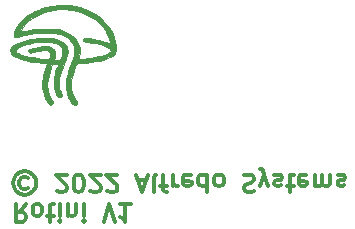
<source format=gbr>
%TF.GenerationSoftware,KiCad,Pcbnew,(6.0.5)*%
%TF.CreationDate,2022-11-18T19:02:11-05:00*%
%TF.ProjectId,SimpleMelt-Hardware,53696d70-6c65-44d6-956c-742d48617264,rev?*%
%TF.SameCoordinates,Original*%
%TF.FileFunction,Legend,Bot*%
%TF.FilePolarity,Positive*%
%FSLAX46Y46*%
G04 Gerber Fmt 4.6, Leading zero omitted, Abs format (unit mm)*
G04 Created by KiCad (PCBNEW (6.0.5)) date 2022-11-18 19:02:11*
%MOMM*%
%LPD*%
G01*
G04 APERTURE LIST*
%ADD10C,0.300000*%
%ADD11C,0.010000*%
%ADD12R,1.700000X1.700000*%
%ADD13O,1.700000X1.700000*%
%ADD14C,0.600000*%
%ADD15O,2.000000X0.900000*%
%ADD16O,1.700000X0.900000*%
%ADD17C,1.778000*%
%ADD18O,0.900000X2.000000*%
%ADD19O,0.900000X1.700000*%
G04 APERTURE END LIST*
D10*
X-29064285Y-6821428D02*
X-29564285Y-7535714D01*
X-29921428Y-6821428D02*
X-29921428Y-8321428D01*
X-29350000Y-8321428D01*
X-29207142Y-8250000D01*
X-29135714Y-8178571D01*
X-29064285Y-8035714D01*
X-29064285Y-7821428D01*
X-29135714Y-7678571D01*
X-29207142Y-7607142D01*
X-29350000Y-7535714D01*
X-29921428Y-7535714D01*
X-28207142Y-6821428D02*
X-28350000Y-6892857D01*
X-28421428Y-6964285D01*
X-28492857Y-7107142D01*
X-28492857Y-7535714D01*
X-28421428Y-7678571D01*
X-28350000Y-7750000D01*
X-28207142Y-7821428D01*
X-27992857Y-7821428D01*
X-27850000Y-7750000D01*
X-27778571Y-7678571D01*
X-27707142Y-7535714D01*
X-27707142Y-7107142D01*
X-27778571Y-6964285D01*
X-27850000Y-6892857D01*
X-27992857Y-6821428D01*
X-28207142Y-6821428D01*
X-27278571Y-7821428D02*
X-26707142Y-7821428D01*
X-27064285Y-8321428D02*
X-27064285Y-7035714D01*
X-26992857Y-6892857D01*
X-26850000Y-6821428D01*
X-26707142Y-6821428D01*
X-26207142Y-6821428D02*
X-26207142Y-7821428D01*
X-26207142Y-8321428D02*
X-26278571Y-8250000D01*
X-26207142Y-8178571D01*
X-26135714Y-8250000D01*
X-26207142Y-8321428D01*
X-26207142Y-8178571D01*
X-25492857Y-7821428D02*
X-25492857Y-6821428D01*
X-25492857Y-7678571D02*
X-25421428Y-7750000D01*
X-25278571Y-7821428D01*
X-25064285Y-7821428D01*
X-24921428Y-7750000D01*
X-24850000Y-7607142D01*
X-24850000Y-6821428D01*
X-24135714Y-6821428D02*
X-24135714Y-7821428D01*
X-24135714Y-8321428D02*
X-24207142Y-8250000D01*
X-24135714Y-8178571D01*
X-24064285Y-8250000D01*
X-24135714Y-8321428D01*
X-24135714Y-8178571D01*
X-22492857Y-8321428D02*
X-21992857Y-6821428D01*
X-21492857Y-8321428D01*
X-20207142Y-6821428D02*
X-21064285Y-6821428D01*
X-20635714Y-6821428D02*
X-20635714Y-8321428D01*
X-20778571Y-8107142D01*
X-20921428Y-7964285D01*
X-21064285Y-7892857D01*
X-28885714Y-5464285D02*
X-29028571Y-5535714D01*
X-29314285Y-5535714D01*
X-29457142Y-5464285D01*
X-29600000Y-5321428D01*
X-29671428Y-5178571D01*
X-29671428Y-4892857D01*
X-29600000Y-4749999D01*
X-29457142Y-4607142D01*
X-29314285Y-4535714D01*
X-29028571Y-4535714D01*
X-28885714Y-4607142D01*
X-29171428Y-6035714D02*
X-29528571Y-5964285D01*
X-29885714Y-5749999D01*
X-30100000Y-5392857D01*
X-30171428Y-5035714D01*
X-30100000Y-4678571D01*
X-29885714Y-4321428D01*
X-29528571Y-4107142D01*
X-29171428Y-4035714D01*
X-28814285Y-4107142D01*
X-28457142Y-4321428D01*
X-28242857Y-4678571D01*
X-28171428Y-5035714D01*
X-28242857Y-5392857D01*
X-28457142Y-5749999D01*
X-28814285Y-5964285D01*
X-29171428Y-6035714D01*
X-26457142Y-5678571D02*
X-26385714Y-5749999D01*
X-26242857Y-5821428D01*
X-25885714Y-5821428D01*
X-25742857Y-5749999D01*
X-25671428Y-5678571D01*
X-25600000Y-5535714D01*
X-25600000Y-5392857D01*
X-25671428Y-5178571D01*
X-26528571Y-4321428D01*
X-25600000Y-4321428D01*
X-24671428Y-5821428D02*
X-24528571Y-5821428D01*
X-24385714Y-5749999D01*
X-24314285Y-5678571D01*
X-24242857Y-5535714D01*
X-24171428Y-5249999D01*
X-24171428Y-4892857D01*
X-24242857Y-4607142D01*
X-24314285Y-4464285D01*
X-24385714Y-4392857D01*
X-24528571Y-4321428D01*
X-24671428Y-4321428D01*
X-24814285Y-4392857D01*
X-24885714Y-4464285D01*
X-24957142Y-4607142D01*
X-25028571Y-4892857D01*
X-25028571Y-5249999D01*
X-24957142Y-5535714D01*
X-24885714Y-5678571D01*
X-24814285Y-5749999D01*
X-24671428Y-5821428D01*
X-23600000Y-5678571D02*
X-23528571Y-5749999D01*
X-23385714Y-5821428D01*
X-23028571Y-5821428D01*
X-22885714Y-5749999D01*
X-22814285Y-5678571D01*
X-22742857Y-5535714D01*
X-22742857Y-5392857D01*
X-22814285Y-5178571D01*
X-23671428Y-4321428D01*
X-22742857Y-4321428D01*
X-22171428Y-5678571D02*
X-22100000Y-5749999D01*
X-21957142Y-5821428D01*
X-21600000Y-5821428D01*
X-21457142Y-5749999D01*
X-21385714Y-5678571D01*
X-21314285Y-5535714D01*
X-21314285Y-5392857D01*
X-21385714Y-5178571D01*
X-22242857Y-4321428D01*
X-21314285Y-4321428D01*
X-19600000Y-4750000D02*
X-18885714Y-4750000D01*
X-19742857Y-4321428D02*
X-19242857Y-5821428D01*
X-18742857Y-4321428D01*
X-18028571Y-4321428D02*
X-18171428Y-4392857D01*
X-18242857Y-4535714D01*
X-18242857Y-5821428D01*
X-17671428Y-5321428D02*
X-17100000Y-5321428D01*
X-17457142Y-4321428D02*
X-17457142Y-5607142D01*
X-17385714Y-5750000D01*
X-17242857Y-5821428D01*
X-17100000Y-5821428D01*
X-16600000Y-4321428D02*
X-16600000Y-5321428D01*
X-16600000Y-5035714D02*
X-16528571Y-5178571D01*
X-16457142Y-5250000D01*
X-16314285Y-5321428D01*
X-16171428Y-5321428D01*
X-15100000Y-4392857D02*
X-15242857Y-4321428D01*
X-15528571Y-4321428D01*
X-15671428Y-4392857D01*
X-15742857Y-4535714D01*
X-15742857Y-5107142D01*
X-15671428Y-5250000D01*
X-15528571Y-5321428D01*
X-15242857Y-5321428D01*
X-15100000Y-5250000D01*
X-15028571Y-5107142D01*
X-15028571Y-4964285D01*
X-15742857Y-4821428D01*
X-13742857Y-4321428D02*
X-13742857Y-5821428D01*
X-13742857Y-4392857D02*
X-13885714Y-4321428D01*
X-14171428Y-4321428D01*
X-14314285Y-4392857D01*
X-14385714Y-4464285D01*
X-14457142Y-4607142D01*
X-14457142Y-5035714D01*
X-14385714Y-5178571D01*
X-14314285Y-5250000D01*
X-14171428Y-5321428D01*
X-13885714Y-5321428D01*
X-13742857Y-5250000D01*
X-12814285Y-4321428D02*
X-12957142Y-4392857D01*
X-13028571Y-4464285D01*
X-13100000Y-4607142D01*
X-13100000Y-5035714D01*
X-13028571Y-5178571D01*
X-12957142Y-5250000D01*
X-12814285Y-5321428D01*
X-12600000Y-5321428D01*
X-12457142Y-5250000D01*
X-12385714Y-5178571D01*
X-12314285Y-5035714D01*
X-12314285Y-4607142D01*
X-12385714Y-4464285D01*
X-12457142Y-4392857D01*
X-12600000Y-4321428D01*
X-12814285Y-4321428D01*
X-10600000Y-4392857D02*
X-10385714Y-4321428D01*
X-10028571Y-4321428D01*
X-9885714Y-4392857D01*
X-9814285Y-4464285D01*
X-9742857Y-4607142D01*
X-9742857Y-4750000D01*
X-9814285Y-4892857D01*
X-9885714Y-4964285D01*
X-10028571Y-5035714D01*
X-10314285Y-5107142D01*
X-10457142Y-5178571D01*
X-10528571Y-5250000D01*
X-10600000Y-5392857D01*
X-10600000Y-5535714D01*
X-10528571Y-5678571D01*
X-10457142Y-5750000D01*
X-10314285Y-5821428D01*
X-9957142Y-5821428D01*
X-9742857Y-5750000D01*
X-9242857Y-5321428D02*
X-8885714Y-4321428D01*
X-8528571Y-5321428D02*
X-8885714Y-4321428D01*
X-9028571Y-3964285D01*
X-9100000Y-3892857D01*
X-9242857Y-3821428D01*
X-8028571Y-4392857D02*
X-7885714Y-4321428D01*
X-7600000Y-4321428D01*
X-7457142Y-4392857D01*
X-7385714Y-4535714D01*
X-7385714Y-4607142D01*
X-7457142Y-4750000D01*
X-7600000Y-4821428D01*
X-7814285Y-4821428D01*
X-7957142Y-4892857D01*
X-8028571Y-5035714D01*
X-8028571Y-5107142D01*
X-7957142Y-5250000D01*
X-7814285Y-5321428D01*
X-7600000Y-5321428D01*
X-7457142Y-5250000D01*
X-6957142Y-5321428D02*
X-6385714Y-5321428D01*
X-6742857Y-5821428D02*
X-6742857Y-4535714D01*
X-6671428Y-4392857D01*
X-6528571Y-4321428D01*
X-6385714Y-4321428D01*
X-5314285Y-4392857D02*
X-5457142Y-4321428D01*
X-5742857Y-4321428D01*
X-5885714Y-4392857D01*
X-5957142Y-4535714D01*
X-5957142Y-5107142D01*
X-5885714Y-5250000D01*
X-5742857Y-5321428D01*
X-5457142Y-5321428D01*
X-5314285Y-5250000D01*
X-5242857Y-5107142D01*
X-5242857Y-4964285D01*
X-5957142Y-4821428D01*
X-4600000Y-4321428D02*
X-4600000Y-5321428D01*
X-4600000Y-5178571D02*
X-4528571Y-5250000D01*
X-4385714Y-5321428D01*
X-4171428Y-5321428D01*
X-4028571Y-5250000D01*
X-3957142Y-5107142D01*
X-3957142Y-4321428D01*
X-3957142Y-5107142D02*
X-3885714Y-5250000D01*
X-3742857Y-5321428D01*
X-3528571Y-5321428D01*
X-3385714Y-5250000D01*
X-3314285Y-5107142D01*
X-3314285Y-4321428D01*
X-2671428Y-4392857D02*
X-2528571Y-4321428D01*
X-2242857Y-4321428D01*
X-2100000Y-4392857D01*
X-2028571Y-4535714D01*
X-2028571Y-4607142D01*
X-2100000Y-4750000D01*
X-2242857Y-4821428D01*
X-2457142Y-4821428D01*
X-2600000Y-4892857D01*
X-2671428Y-5035714D01*
X-2671428Y-5107142D01*
X-2600000Y-5250000D01*
X-2457142Y-5321428D01*
X-2242857Y-5321428D01*
X-2100000Y-5250000D01*
%TO.C,G\u002A\u002A\u002A*%
G36*
X-30366091Y6313375D02*
G01*
X-30305879Y6425392D01*
X-30209390Y6534429D01*
X-30078784Y6639598D01*
X-29916220Y6740007D01*
X-29723858Y6834767D01*
X-29503857Y6922987D01*
X-29258376Y7003776D01*
X-28989575Y7076245D01*
X-28699613Y7139504D01*
X-28390649Y7192661D01*
X-28064842Y7234828D01*
X-27925114Y7246952D01*
X-27762257Y7255789D01*
X-27588576Y7260997D01*
X-27414011Y7262491D01*
X-27248498Y7260190D01*
X-27101977Y7254009D01*
X-26984385Y7243866D01*
X-26982553Y7243643D01*
X-26755832Y7206362D01*
X-26535758Y7151956D01*
X-26328755Y7082873D01*
X-26141248Y7001558D01*
X-25979661Y6910459D01*
X-25850419Y6812022D01*
X-25821671Y6784922D01*
X-25692255Y6634335D01*
X-25599476Y6470325D01*
X-25543427Y6293095D01*
X-25524199Y6102846D01*
X-25524249Y6079778D01*
X-25526500Y6014297D01*
X-25532963Y5949733D01*
X-25545008Y5881469D01*
X-25564004Y5804889D01*
X-25591321Y5715377D01*
X-25628330Y5608318D01*
X-25676399Y5479095D01*
X-25736900Y5323091D01*
X-25811200Y5135692D01*
X-25856766Y5020951D01*
X-25938083Y4812308D01*
X-26006462Y4630319D01*
X-26063938Y4468957D01*
X-26112548Y4322192D01*
X-26154329Y4183997D01*
X-26191316Y4048344D01*
X-26225547Y3909205D01*
X-26247279Y3811293D01*
X-26263438Y3719716D01*
X-26273005Y3631047D01*
X-26277445Y3531313D01*
X-26278220Y3406538D01*
X-26278189Y3400030D01*
X-26272275Y3223155D01*
X-26254792Y3071571D01*
X-26222916Y2932875D01*
X-26173822Y2794665D01*
X-26104686Y2644538D01*
X-26084845Y2604091D01*
X-26042318Y2506400D01*
X-26021336Y2431383D01*
X-26021500Y2371938D01*
X-26042408Y2320962D01*
X-26083662Y2271354D01*
X-26121680Y2237087D01*
X-26169946Y2211574D01*
X-26228701Y2204923D01*
X-26255806Y2206410D01*
X-26323433Y2226865D01*
X-26384745Y2274367D01*
X-26443824Y2352774D01*
X-26504751Y2465945D01*
X-26505574Y2467665D01*
X-26615426Y2739737D01*
X-26686925Y3017198D01*
X-26720199Y3301138D01*
X-26715377Y3592652D01*
X-26672587Y3892831D01*
X-26630288Y4082264D01*
X-26564363Y4333626D01*
X-26488344Y4586301D01*
X-26407382Y4822234D01*
X-26380873Y4895039D01*
X-26356417Y4964374D01*
X-26340512Y5012124D01*
X-26335738Y5030786D01*
X-26335831Y5030848D01*
X-26357058Y5032851D01*
X-26409373Y5035460D01*
X-26485105Y5038346D01*
X-26576581Y5041177D01*
X-26813547Y5047769D01*
X-26924211Y4758533D01*
X-27038850Y4434984D01*
X-27136991Y4094488D01*
X-27204241Y3772683D01*
X-27240876Y3467168D01*
X-27247170Y3175548D01*
X-27223402Y2895423D01*
X-27169846Y2624396D01*
X-27144638Y2533292D01*
X-27088570Y2372958D01*
X-27017290Y2220003D01*
X-26925605Y2063946D01*
X-26808326Y1894303D01*
X-26784508Y1856926D01*
X-26759505Y1776659D01*
X-26773362Y1700104D01*
X-26826123Y1626585D01*
X-26832260Y1620596D01*
X-26906448Y1570686D01*
X-26983576Y1559510D01*
X-27063785Y1587116D01*
X-27147217Y1653549D01*
X-27234014Y1758855D01*
X-27353120Y1950479D01*
X-27467267Y2192895D01*
X-27558205Y2456437D01*
X-27624429Y2734619D01*
X-27664432Y3020956D01*
X-27676708Y3308963D01*
X-27659752Y3592154D01*
X-27636375Y3757492D01*
X-27590261Y3998584D01*
X-27529658Y4253928D01*
X-27457503Y4512381D01*
X-27376734Y4762799D01*
X-27290288Y4994038D01*
X-27287234Y5001578D01*
X-27265847Y5056322D01*
X-27258984Y5084558D01*
X-27266455Y5095064D01*
X-27288072Y5096615D01*
X-27297052Y5096939D01*
X-27343242Y5100319D01*
X-27417006Y5106789D01*
X-27510294Y5115624D01*
X-27615056Y5126097D01*
X-27728037Y5138047D01*
X-28137116Y5188081D01*
X-28513987Y5245289D01*
X-28858099Y5309438D01*
X-29168899Y5380299D01*
X-29445836Y5457641D01*
X-29688358Y5541232D01*
X-29895914Y5630841D01*
X-30067951Y5726239D01*
X-30203919Y5827192D01*
X-30303266Y5933472D01*
X-30365439Y6044846D01*
X-30389888Y6161084D01*
X-30387766Y6179628D01*
X-29941421Y6179628D01*
X-29926558Y6118528D01*
X-29875971Y6057460D01*
X-29788683Y5994501D01*
X-29663719Y5927729D01*
X-29612853Y5904052D01*
X-29387712Y5814570D01*
X-29126433Y5732827D01*
X-28828639Y5658748D01*
X-28493955Y5592256D01*
X-28122006Y5533274D01*
X-27712415Y5481724D01*
X-27264807Y5437532D01*
X-27115383Y5424553D01*
X-27081306Y5539007D01*
X-27064285Y5610174D01*
X-27048205Y5706977D01*
X-27038834Y5800000D01*
X-27042229Y5928116D01*
X-27070416Y6030030D01*
X-27125391Y6108595D01*
X-27209077Y6167967D01*
X-27230299Y6178664D01*
X-27268054Y6194396D01*
X-27307793Y6203687D01*
X-27358771Y6207543D01*
X-27430243Y6206969D01*
X-27531462Y6202968D01*
X-27603479Y6198545D01*
X-27843166Y6169729D01*
X-28108962Y6118424D01*
X-28396972Y6045342D01*
X-28433094Y6035589D01*
X-28520223Y6015025D01*
X-28596616Y6000770D01*
X-28648980Y5995458D01*
X-28683788Y5997694D01*
X-28764769Y6022131D01*
X-28826662Y6068480D01*
X-28862844Y6130464D01*
X-28866692Y6201807D01*
X-28865523Y6206980D01*
X-28853681Y6233151D01*
X-28829991Y6257634D01*
X-28791136Y6281548D01*
X-28733796Y6306009D01*
X-28654653Y6332137D01*
X-28550387Y6361048D01*
X-28417681Y6393861D01*
X-28253214Y6431695D01*
X-28053669Y6475665D01*
X-28011562Y6484738D01*
X-27883235Y6510840D01*
X-27778332Y6528738D01*
X-27685675Y6539863D01*
X-27594085Y6545646D01*
X-27492385Y6547517D01*
X-27329458Y6542922D01*
X-27141059Y6520277D01*
X-26982721Y6478079D01*
X-26851882Y6415587D01*
X-26745980Y6332062D01*
X-26710423Y6293695D01*
X-26656474Y6215935D01*
X-26620136Y6126691D01*
X-26598309Y6017064D01*
X-26587894Y5878154D01*
X-26585746Y5804840D01*
X-26586462Y5725834D01*
X-26593011Y5663529D01*
X-26607002Y5604906D01*
X-26630041Y5536947D01*
X-26634102Y5525776D01*
X-26656588Y5461851D01*
X-26671484Y5415911D01*
X-26675742Y5397265D01*
X-26675099Y5397044D01*
X-26650153Y5395063D01*
X-26594705Y5392486D01*
X-26516225Y5389622D01*
X-26422185Y5386779D01*
X-26172601Y5379923D01*
X-26116263Y5526462D01*
X-26091887Y5590769D01*
X-26048916Y5712490D01*
X-26019432Y5813514D01*
X-26001181Y5903909D01*
X-25991908Y5993741D01*
X-25989359Y6093077D01*
X-25989401Y6110162D01*
X-25991680Y6200865D01*
X-25998953Y6267093D01*
X-26013328Y6321411D01*
X-26036916Y6376385D01*
X-26102840Y6483027D01*
X-26213295Y6597273D01*
X-26358146Y6696058D01*
X-26538075Y6779832D01*
X-26753761Y6849044D01*
X-26773566Y6854254D01*
X-26837495Y6869923D01*
X-26897198Y6881738D01*
X-26959892Y6890345D01*
X-27032794Y6896391D01*
X-27123122Y6900524D01*
X-27238093Y6903390D01*
X-27384923Y6905637D01*
X-27494843Y6906529D01*
X-27718552Y6904429D01*
X-27911060Y6896804D01*
X-28068608Y6883771D01*
X-28254831Y6859953D01*
X-28521779Y6816125D01*
X-28777889Y6762846D01*
X-29019128Y6701394D01*
X-29241462Y6633046D01*
X-29440857Y6559079D01*
X-29613280Y6480769D01*
X-29754696Y6399395D01*
X-29861073Y6316234D01*
X-29867882Y6309612D01*
X-29921537Y6242682D01*
X-29941421Y6179628D01*
X-30387766Y6179628D01*
X-30376060Y6281955D01*
X-30366091Y6313375D01*
G37*
D11*
X-30366091Y6313375D02*
X-30305879Y6425392D01*
X-30209390Y6534429D01*
X-30078784Y6639598D01*
X-29916220Y6740007D01*
X-29723858Y6834767D01*
X-29503857Y6922987D01*
X-29258376Y7003776D01*
X-28989575Y7076245D01*
X-28699613Y7139504D01*
X-28390649Y7192661D01*
X-28064842Y7234828D01*
X-27925114Y7246952D01*
X-27762257Y7255789D01*
X-27588576Y7260997D01*
X-27414011Y7262491D01*
X-27248498Y7260190D01*
X-27101977Y7254009D01*
X-26984385Y7243866D01*
X-26982553Y7243643D01*
X-26755832Y7206362D01*
X-26535758Y7151956D01*
X-26328755Y7082873D01*
X-26141248Y7001558D01*
X-25979661Y6910459D01*
X-25850419Y6812022D01*
X-25821671Y6784922D01*
X-25692255Y6634335D01*
X-25599476Y6470325D01*
X-25543427Y6293095D01*
X-25524199Y6102846D01*
X-25524249Y6079778D01*
X-25526500Y6014297D01*
X-25532963Y5949733D01*
X-25545008Y5881469D01*
X-25564004Y5804889D01*
X-25591321Y5715377D01*
X-25628330Y5608318D01*
X-25676399Y5479095D01*
X-25736900Y5323091D01*
X-25811200Y5135692D01*
X-25856766Y5020951D01*
X-25938083Y4812308D01*
X-26006462Y4630319D01*
X-26063938Y4468957D01*
X-26112548Y4322192D01*
X-26154329Y4183997D01*
X-26191316Y4048344D01*
X-26225547Y3909205D01*
X-26247279Y3811293D01*
X-26263438Y3719716D01*
X-26273005Y3631047D01*
X-26277445Y3531313D01*
X-26278220Y3406538D01*
X-26278189Y3400030D01*
X-26272275Y3223155D01*
X-26254792Y3071571D01*
X-26222916Y2932875D01*
X-26173822Y2794665D01*
X-26104686Y2644538D01*
X-26084845Y2604091D01*
X-26042318Y2506400D01*
X-26021336Y2431383D01*
X-26021500Y2371938D01*
X-26042408Y2320962D01*
X-26083662Y2271354D01*
X-26121680Y2237087D01*
X-26169946Y2211574D01*
X-26228701Y2204923D01*
X-26255806Y2206410D01*
X-26323433Y2226865D01*
X-26384745Y2274367D01*
X-26443824Y2352774D01*
X-26504751Y2465945D01*
X-26505574Y2467665D01*
X-26615426Y2739737D01*
X-26686925Y3017198D01*
X-26720199Y3301138D01*
X-26715377Y3592652D01*
X-26672587Y3892831D01*
X-26630288Y4082264D01*
X-26564363Y4333626D01*
X-26488344Y4586301D01*
X-26407382Y4822234D01*
X-26380873Y4895039D01*
X-26356417Y4964374D01*
X-26340512Y5012124D01*
X-26335738Y5030786D01*
X-26335831Y5030848D01*
X-26357058Y5032851D01*
X-26409373Y5035460D01*
X-26485105Y5038346D01*
X-26576581Y5041177D01*
X-26813547Y5047769D01*
X-26924211Y4758533D01*
X-27038850Y4434984D01*
X-27136991Y4094488D01*
X-27204241Y3772683D01*
X-27240876Y3467168D01*
X-27247170Y3175548D01*
X-27223402Y2895423D01*
X-27169846Y2624396D01*
X-27144638Y2533292D01*
X-27088570Y2372958D01*
X-27017290Y2220003D01*
X-26925605Y2063946D01*
X-26808326Y1894303D01*
X-26784508Y1856926D01*
X-26759505Y1776659D01*
X-26773362Y1700104D01*
X-26826123Y1626585D01*
X-26832260Y1620596D01*
X-26906448Y1570686D01*
X-26983576Y1559510D01*
X-27063785Y1587116D01*
X-27147217Y1653549D01*
X-27234014Y1758855D01*
X-27353120Y1950479D01*
X-27467267Y2192895D01*
X-27558205Y2456437D01*
X-27624429Y2734619D01*
X-27664432Y3020956D01*
X-27676708Y3308963D01*
X-27659752Y3592154D01*
X-27636375Y3757492D01*
X-27590261Y3998584D01*
X-27529658Y4253928D01*
X-27457503Y4512381D01*
X-27376734Y4762799D01*
X-27290288Y4994038D01*
X-27287234Y5001578D01*
X-27265847Y5056322D01*
X-27258984Y5084558D01*
X-27266455Y5095064D01*
X-27288072Y5096615D01*
X-27297052Y5096939D01*
X-27343242Y5100319D01*
X-27417006Y5106789D01*
X-27510294Y5115624D01*
X-27615056Y5126097D01*
X-27728037Y5138047D01*
X-28137116Y5188081D01*
X-28513987Y5245289D01*
X-28858099Y5309438D01*
X-29168899Y5380299D01*
X-29445836Y5457641D01*
X-29688358Y5541232D01*
X-29895914Y5630841D01*
X-30067951Y5726239D01*
X-30203919Y5827192D01*
X-30303266Y5933472D01*
X-30365439Y6044846D01*
X-30389888Y6161084D01*
X-30387766Y6179628D01*
X-29941421Y6179628D01*
X-29926558Y6118528D01*
X-29875971Y6057460D01*
X-29788683Y5994501D01*
X-29663719Y5927729D01*
X-29612853Y5904052D01*
X-29387712Y5814570D01*
X-29126433Y5732827D01*
X-28828639Y5658748D01*
X-28493955Y5592256D01*
X-28122006Y5533274D01*
X-27712415Y5481724D01*
X-27264807Y5437532D01*
X-27115383Y5424553D01*
X-27081306Y5539007D01*
X-27064285Y5610174D01*
X-27048205Y5706977D01*
X-27038834Y5800000D01*
X-27042229Y5928116D01*
X-27070416Y6030030D01*
X-27125391Y6108595D01*
X-27209077Y6167967D01*
X-27230299Y6178664D01*
X-27268054Y6194396D01*
X-27307793Y6203687D01*
X-27358771Y6207543D01*
X-27430243Y6206969D01*
X-27531462Y6202968D01*
X-27603479Y6198545D01*
X-27843166Y6169729D01*
X-28108962Y6118424D01*
X-28396972Y6045342D01*
X-28433094Y6035589D01*
X-28520223Y6015025D01*
X-28596616Y6000770D01*
X-28648980Y5995458D01*
X-28683788Y5997694D01*
X-28764769Y6022131D01*
X-28826662Y6068480D01*
X-28862844Y6130464D01*
X-28866692Y6201807D01*
X-28865523Y6206980D01*
X-28853681Y6233151D01*
X-28829991Y6257634D01*
X-28791136Y6281548D01*
X-28733796Y6306009D01*
X-28654653Y6332137D01*
X-28550387Y6361048D01*
X-28417681Y6393861D01*
X-28253214Y6431695D01*
X-28053669Y6475665D01*
X-28011562Y6484738D01*
X-27883235Y6510840D01*
X-27778332Y6528738D01*
X-27685675Y6539863D01*
X-27594085Y6545646D01*
X-27492385Y6547517D01*
X-27329458Y6542922D01*
X-27141059Y6520277D01*
X-26982721Y6478079D01*
X-26851882Y6415587D01*
X-26745980Y6332062D01*
X-26710423Y6293695D01*
X-26656474Y6215935D01*
X-26620136Y6126691D01*
X-26598309Y6017064D01*
X-26587894Y5878154D01*
X-26585746Y5804840D01*
X-26586462Y5725834D01*
X-26593011Y5663529D01*
X-26607002Y5604906D01*
X-26630041Y5536947D01*
X-26634102Y5525776D01*
X-26656588Y5461851D01*
X-26671484Y5415911D01*
X-26675742Y5397265D01*
X-26675099Y5397044D01*
X-26650153Y5395063D01*
X-26594705Y5392486D01*
X-26516225Y5389622D01*
X-26422185Y5386779D01*
X-26172601Y5379923D01*
X-26116263Y5526462D01*
X-26091887Y5590769D01*
X-26048916Y5712490D01*
X-26019432Y5813514D01*
X-26001181Y5903909D01*
X-25991908Y5993741D01*
X-25989359Y6093077D01*
X-25989401Y6110162D01*
X-25991680Y6200865D01*
X-25998953Y6267093D01*
X-26013328Y6321411D01*
X-26036916Y6376385D01*
X-26102840Y6483027D01*
X-26213295Y6597273D01*
X-26358146Y6696058D01*
X-26538075Y6779832D01*
X-26753761Y6849044D01*
X-26773566Y6854254D01*
X-26837495Y6869923D01*
X-26897198Y6881738D01*
X-26959892Y6890345D01*
X-27032794Y6896391D01*
X-27123122Y6900524D01*
X-27238093Y6903390D01*
X-27384923Y6905637D01*
X-27494843Y6906529D01*
X-27718552Y6904429D01*
X-27911060Y6896804D01*
X-28068608Y6883771D01*
X-28254831Y6859953D01*
X-28521779Y6816125D01*
X-28777889Y6762846D01*
X-29019128Y6701394D01*
X-29241462Y6633046D01*
X-29440857Y6559079D01*
X-29613280Y6480769D01*
X-29754696Y6399395D01*
X-29861073Y6316234D01*
X-29867882Y6309612D01*
X-29921537Y6242682D01*
X-29941421Y6179628D01*
X-30387766Y6179628D01*
X-30376060Y6281955D01*
X-30366091Y6313375D01*
G36*
X-29746976Y8309773D02*
G01*
X-29549841Y8570111D01*
X-29529006Y8594572D01*
X-29336726Y8794234D01*
X-29111374Y8988231D01*
X-28858268Y9173204D01*
X-28582722Y9345792D01*
X-28290050Y9502635D01*
X-27985569Y9640373D01*
X-27674593Y9755646D01*
X-27616625Y9774490D01*
X-27426856Y9831984D01*
X-27244931Y9879518D01*
X-27061465Y9918957D01*
X-26867077Y9952166D01*
X-26652383Y9981009D01*
X-26408000Y10007352D01*
X-26348780Y10011445D01*
X-26245655Y10014949D01*
X-26120070Y10016611D01*
X-25981300Y10016505D01*
X-25838623Y10014706D01*
X-25701317Y10011288D01*
X-25578658Y10006327D01*
X-25479923Y9999895D01*
X-25366359Y9989226D01*
X-24919957Y9926962D01*
X-24497345Y9834071D01*
X-24097650Y9710158D01*
X-23719999Y9554827D01*
X-23363520Y9367684D01*
X-23027340Y9148333D01*
X-22710586Y8896380D01*
X-22412385Y8611430D01*
X-22273945Y8460396D01*
X-22047640Y8176505D01*
X-21858194Y7883760D01*
X-21704362Y7579539D01*
X-21584898Y7261215D01*
X-21498556Y6926167D01*
X-21444091Y6571769D01*
X-21439372Y6524656D01*
X-21429479Y6363531D01*
X-21433231Y6230482D01*
X-21451127Y6118542D01*
X-21483667Y6020743D01*
X-21530614Y5937340D01*
X-21621048Y5832474D01*
X-21738376Y5737487D01*
X-21875725Y5658723D01*
X-22017661Y5595372D01*
X-22276091Y5496721D01*
X-22559059Y5408575D01*
X-22868866Y5330436D01*
X-23207813Y5261805D01*
X-23578203Y5202186D01*
X-23982336Y5151081D01*
X-24422514Y5107991D01*
X-24506531Y5100326D01*
X-24606692Y5089797D01*
X-24688108Y5079620D01*
X-24744040Y5070660D01*
X-24767746Y5063778D01*
X-24778117Y5047630D01*
X-24802326Y4997283D01*
X-24835072Y4920818D01*
X-24873802Y4824624D01*
X-24915962Y4715091D01*
X-24958999Y4598609D01*
X-25000361Y4481568D01*
X-25077647Y4241813D01*
X-25155232Y3948403D01*
X-25206355Y3674804D01*
X-25231616Y3416513D01*
X-25231613Y3169028D01*
X-25206944Y2927846D01*
X-25158203Y2681817D01*
X-25080221Y2429953D01*
X-24977063Y2204283D01*
X-24847632Y2001983D01*
X-24831211Y1979534D01*
X-24775875Y1891139D01*
X-24749226Y1817095D01*
X-24749485Y1749539D01*
X-24774872Y1680608D01*
X-24790829Y1655487D01*
X-24851528Y1603823D01*
X-24929340Y1576945D01*
X-25012810Y1577484D01*
X-25090483Y1608074D01*
X-25145270Y1656015D01*
X-25212196Y1736801D01*
X-25283773Y1841399D01*
X-25355959Y1962975D01*
X-25424714Y2094695D01*
X-25485997Y2229725D01*
X-25535768Y2361231D01*
X-25567204Y2463689D01*
X-25621163Y2693543D01*
X-25659368Y2938188D01*
X-25680588Y3185638D01*
X-25683594Y3423905D01*
X-25667155Y3641000D01*
X-25612009Y3960143D01*
X-25525823Y4307181D01*
X-25410036Y4673729D01*
X-25265286Y5057538D01*
X-25231907Y5140176D01*
X-25157124Y5329805D01*
X-25096904Y5491114D01*
X-25049833Y5629201D01*
X-25014494Y5749169D01*
X-24989472Y5856116D01*
X-24973352Y5955144D01*
X-24964717Y6051354D01*
X-24962154Y6149844D01*
X-24971390Y6310241D01*
X-25015472Y6527686D01*
X-25094480Y6731467D01*
X-25206841Y6919805D01*
X-25350985Y7090919D01*
X-25525340Y7243032D01*
X-25728335Y7374362D01*
X-25958399Y7483131D01*
X-26213961Y7567559D01*
X-26221712Y7569628D01*
X-26364616Y7605485D01*
X-26497466Y7633411D01*
X-26628436Y7654296D01*
X-26765701Y7669025D01*
X-26917434Y7678486D01*
X-27091809Y7683568D01*
X-27297000Y7685157D01*
X-27576534Y7680807D01*
X-27958962Y7659607D01*
X-28345770Y7619954D01*
X-28743915Y7560930D01*
X-29160355Y7481616D01*
X-29602048Y7381095D01*
X-29688675Y7360610D01*
X-29796223Y7338563D01*
X-29877781Y7327920D01*
X-29940167Y7328368D01*
X-29990196Y7339596D01*
X-30034685Y7361291D01*
X-30078060Y7394994D01*
X-30102844Y7436915D01*
X-30108153Y7493036D01*
X-30094605Y7570250D01*
X-30062817Y7675450D01*
X-30031115Y7764524D01*
X-30029671Y7767749D01*
X-29558602Y7767749D01*
X-29473109Y7778306D01*
X-29432084Y7784450D01*
X-29357487Y7797071D01*
X-29259680Y7814467D01*
X-29146593Y7835226D01*
X-29026154Y7857934D01*
X-28827664Y7894190D01*
X-28353229Y7966420D01*
X-27902515Y8013955D01*
X-27476252Y8036887D01*
X-27075170Y8035310D01*
X-26700001Y8009318D01*
X-26351473Y7959005D01*
X-26030318Y7884464D01*
X-25737266Y7785788D01*
X-25473047Y7663072D01*
X-25238391Y7516409D01*
X-25034029Y7345893D01*
X-24946055Y7256744D01*
X-24812018Y7096477D01*
X-24705148Y6928812D01*
X-24619364Y6743534D01*
X-24548584Y6530426D01*
X-24522740Y6414908D01*
X-24504849Y6208156D01*
X-24516834Y5977404D01*
X-24558702Y5722066D01*
X-24561265Y5709963D01*
X-24580465Y5618082D01*
X-24596097Y5541159D01*
X-24606612Y5486943D01*
X-24610462Y5463182D01*
X-24603156Y5455740D01*
X-24565821Y5449958D01*
X-24495565Y5450200D01*
X-24390977Y5456529D01*
X-24250644Y5469011D01*
X-24073154Y5487708D01*
X-23848752Y5514259D01*
X-23511713Y5561536D01*
X-23207236Y5614494D01*
X-22931428Y5674008D01*
X-22680393Y5740956D01*
X-22450239Y5816211D01*
X-22237071Y5900651D01*
X-22198243Y5917716D01*
X-22073132Y5977413D01*
X-21982252Y6030752D01*
X-21922790Y6080588D01*
X-21891929Y6129775D01*
X-21886853Y6181168D01*
X-21904749Y6237622D01*
X-21923397Y6267279D01*
X-21970162Y6320558D01*
X-22027003Y6370503D01*
X-22164467Y6459506D01*
X-22350161Y6550065D01*
X-22572370Y6633699D01*
X-22830027Y6710097D01*
X-23122065Y6778944D01*
X-23447417Y6839926D01*
X-23805016Y6892731D01*
X-23865368Y6900761D01*
X-23986524Y6918754D01*
X-24076535Y6936149D01*
X-24140923Y6954793D01*
X-24185209Y6976531D01*
X-24214915Y7003209D01*
X-24235564Y7036674D01*
X-24248882Y7070563D01*
X-24247873Y7106733D01*
X-24224974Y7153727D01*
X-24195942Y7193260D01*
X-24144275Y7230770D01*
X-24073144Y7251071D01*
X-23976748Y7255584D01*
X-23849283Y7245728D01*
X-23751510Y7234063D01*
X-23361531Y7177268D01*
X-22994330Y7107003D01*
X-22653661Y7024155D01*
X-22343281Y6929612D01*
X-22066942Y6824263D01*
X-22046966Y6815758D01*
X-21979029Y6788260D01*
X-21939282Y6775958D01*
X-21921938Y6777562D01*
X-21921213Y6791782D01*
X-21921725Y6793632D01*
X-21932044Y6837637D01*
X-21943361Y6894154D01*
X-21953565Y6942293D01*
X-21989931Y7072130D01*
X-22041203Y7221313D01*
X-22103466Y7380164D01*
X-22172803Y7539002D01*
X-22245299Y7688148D01*
X-22317039Y7817924D01*
X-22354551Y7878676D01*
X-22537081Y8135345D01*
X-22751832Y8383686D01*
X-22993279Y8618221D01*
X-23255892Y8833472D01*
X-23534144Y9023963D01*
X-23694551Y9118833D01*
X-24020503Y9283917D01*
X-24361043Y9419749D01*
X-24721872Y9528462D01*
X-25108692Y9612183D01*
X-25129660Y9615734D01*
X-25252162Y9631260D01*
X-25403691Y9643965D01*
X-25575993Y9653689D01*
X-25760815Y9660274D01*
X-25949903Y9663560D01*
X-26135004Y9663391D01*
X-26307863Y9659605D01*
X-26460229Y9652046D01*
X-26583846Y9640553D01*
X-26717361Y9621809D01*
X-27120838Y9542551D01*
X-27509188Y9431882D01*
X-27879487Y9291013D01*
X-28228815Y9121155D01*
X-28554249Y8923522D01*
X-28852868Y8699326D01*
X-28938119Y8624685D01*
X-29143824Y8412570D01*
X-29324941Y8177959D01*
X-29474383Y7929630D01*
X-29558602Y7767749D01*
X-30029671Y7767749D01*
X-29906875Y8042161D01*
X-29746976Y8309773D01*
G37*
X-29746976Y8309773D02*
X-29549841Y8570111D01*
X-29529006Y8594572D01*
X-29336726Y8794234D01*
X-29111374Y8988231D01*
X-28858268Y9173204D01*
X-28582722Y9345792D01*
X-28290050Y9502635D01*
X-27985569Y9640373D01*
X-27674593Y9755646D01*
X-27616625Y9774490D01*
X-27426856Y9831984D01*
X-27244931Y9879518D01*
X-27061465Y9918957D01*
X-26867077Y9952166D01*
X-26652383Y9981009D01*
X-26408000Y10007352D01*
X-26348780Y10011445D01*
X-26245655Y10014949D01*
X-26120070Y10016611D01*
X-25981300Y10016505D01*
X-25838623Y10014706D01*
X-25701317Y10011288D01*
X-25578658Y10006327D01*
X-25479923Y9999895D01*
X-25366359Y9989226D01*
X-24919957Y9926962D01*
X-24497345Y9834071D01*
X-24097650Y9710158D01*
X-23719999Y9554827D01*
X-23363520Y9367684D01*
X-23027340Y9148333D01*
X-22710586Y8896380D01*
X-22412385Y8611430D01*
X-22273945Y8460396D01*
X-22047640Y8176505D01*
X-21858194Y7883760D01*
X-21704362Y7579539D01*
X-21584898Y7261215D01*
X-21498556Y6926167D01*
X-21444091Y6571769D01*
X-21439372Y6524656D01*
X-21429479Y6363531D01*
X-21433231Y6230482D01*
X-21451127Y6118542D01*
X-21483667Y6020743D01*
X-21530614Y5937340D01*
X-21621048Y5832474D01*
X-21738376Y5737487D01*
X-21875725Y5658723D01*
X-22017661Y5595372D01*
X-22276091Y5496721D01*
X-22559059Y5408575D01*
X-22868866Y5330436D01*
X-23207813Y5261805D01*
X-23578203Y5202186D01*
X-23982336Y5151081D01*
X-24422514Y5107991D01*
X-24506531Y5100326D01*
X-24606692Y5089797D01*
X-24688108Y5079620D01*
X-24744040Y5070660D01*
X-24767746Y5063778D01*
X-24778117Y5047630D01*
X-24802326Y4997283D01*
X-24835072Y4920818D01*
X-24873802Y4824624D01*
X-24915962Y4715091D01*
X-24958999Y4598609D01*
X-25000361Y4481568D01*
X-25077647Y4241813D01*
X-25155232Y3948403D01*
X-25206355Y3674804D01*
X-25231616Y3416513D01*
X-25231613Y3169028D01*
X-25206944Y2927846D01*
X-25158203Y2681817D01*
X-25080221Y2429953D01*
X-24977063Y2204283D01*
X-24847632Y2001983D01*
X-24831211Y1979534D01*
X-24775875Y1891139D01*
X-24749226Y1817095D01*
X-24749485Y1749539D01*
X-24774872Y1680608D01*
X-24790829Y1655487D01*
X-24851528Y1603823D01*
X-24929340Y1576945D01*
X-25012810Y1577484D01*
X-25090483Y1608074D01*
X-25145270Y1656015D01*
X-25212196Y1736801D01*
X-25283773Y1841399D01*
X-25355959Y1962975D01*
X-25424714Y2094695D01*
X-25485997Y2229725D01*
X-25535768Y2361231D01*
X-25567204Y2463689D01*
X-25621163Y2693543D01*
X-25659368Y2938188D01*
X-25680588Y3185638D01*
X-25683594Y3423905D01*
X-25667155Y3641000D01*
X-25612009Y3960143D01*
X-25525823Y4307181D01*
X-25410036Y4673729D01*
X-25265286Y5057538D01*
X-25231907Y5140176D01*
X-25157124Y5329805D01*
X-25096904Y5491114D01*
X-25049833Y5629201D01*
X-25014494Y5749169D01*
X-24989472Y5856116D01*
X-24973352Y5955144D01*
X-24964717Y6051354D01*
X-24962154Y6149844D01*
X-24971390Y6310241D01*
X-25015472Y6527686D01*
X-25094480Y6731467D01*
X-25206841Y6919805D01*
X-25350985Y7090919D01*
X-25525340Y7243032D01*
X-25728335Y7374362D01*
X-25958399Y7483131D01*
X-26213961Y7567559D01*
X-26221712Y7569628D01*
X-26364616Y7605485D01*
X-26497466Y7633411D01*
X-26628436Y7654296D01*
X-26765701Y7669025D01*
X-26917434Y7678486D01*
X-27091809Y7683568D01*
X-27297000Y7685157D01*
X-27576534Y7680807D01*
X-27958962Y7659607D01*
X-28345770Y7619954D01*
X-28743915Y7560930D01*
X-29160355Y7481616D01*
X-29602048Y7381095D01*
X-29688675Y7360610D01*
X-29796223Y7338563D01*
X-29877781Y7327920D01*
X-29940167Y7328368D01*
X-29990196Y7339596D01*
X-30034685Y7361291D01*
X-30078060Y7394994D01*
X-30102844Y7436915D01*
X-30108153Y7493036D01*
X-30094605Y7570250D01*
X-30062817Y7675450D01*
X-30031115Y7764524D01*
X-30029671Y7767749D01*
X-29558602Y7767749D01*
X-29473109Y7778306D01*
X-29432084Y7784450D01*
X-29357487Y7797071D01*
X-29259680Y7814467D01*
X-29146593Y7835226D01*
X-29026154Y7857934D01*
X-28827664Y7894190D01*
X-28353229Y7966420D01*
X-27902515Y8013955D01*
X-27476252Y8036887D01*
X-27075170Y8035310D01*
X-26700001Y8009318D01*
X-26351473Y7959005D01*
X-26030318Y7884464D01*
X-25737266Y7785788D01*
X-25473047Y7663072D01*
X-25238391Y7516409D01*
X-25034029Y7345893D01*
X-24946055Y7256744D01*
X-24812018Y7096477D01*
X-24705148Y6928812D01*
X-24619364Y6743534D01*
X-24548584Y6530426D01*
X-24522740Y6414908D01*
X-24504849Y6208156D01*
X-24516834Y5977404D01*
X-24558702Y5722066D01*
X-24561265Y5709963D01*
X-24580465Y5618082D01*
X-24596097Y5541159D01*
X-24606612Y5486943D01*
X-24610462Y5463182D01*
X-24603156Y5455740D01*
X-24565821Y5449958D01*
X-24495565Y5450200D01*
X-24390977Y5456529D01*
X-24250644Y5469011D01*
X-24073154Y5487708D01*
X-23848752Y5514259D01*
X-23511713Y5561536D01*
X-23207236Y5614494D01*
X-22931428Y5674008D01*
X-22680393Y5740956D01*
X-22450239Y5816211D01*
X-22237071Y5900651D01*
X-22198243Y5917716D01*
X-22073132Y5977413D01*
X-21982252Y6030752D01*
X-21922790Y6080588D01*
X-21891929Y6129775D01*
X-21886853Y6181168D01*
X-21904749Y6237622D01*
X-21923397Y6267279D01*
X-21970162Y6320558D01*
X-22027003Y6370503D01*
X-22164467Y6459506D01*
X-22350161Y6550065D01*
X-22572370Y6633699D01*
X-22830027Y6710097D01*
X-23122065Y6778944D01*
X-23447417Y6839926D01*
X-23805016Y6892731D01*
X-23865368Y6900761D01*
X-23986524Y6918754D01*
X-24076535Y6936149D01*
X-24140923Y6954793D01*
X-24185209Y6976531D01*
X-24214915Y7003209D01*
X-24235564Y7036674D01*
X-24248882Y7070563D01*
X-24247873Y7106733D01*
X-24224974Y7153727D01*
X-24195942Y7193260D01*
X-24144275Y7230770D01*
X-24073144Y7251071D01*
X-23976748Y7255584D01*
X-23849283Y7245728D01*
X-23751510Y7234063D01*
X-23361531Y7177268D01*
X-22994330Y7107003D01*
X-22653661Y7024155D01*
X-22343281Y6929612D01*
X-22066942Y6824263D01*
X-22046966Y6815758D01*
X-21979029Y6788260D01*
X-21939282Y6775958D01*
X-21921938Y6777562D01*
X-21921213Y6791782D01*
X-21921725Y6793632D01*
X-21932044Y6837637D01*
X-21943361Y6894154D01*
X-21953565Y6942293D01*
X-21989931Y7072130D01*
X-22041203Y7221313D01*
X-22103466Y7380164D01*
X-22172803Y7539002D01*
X-22245299Y7688148D01*
X-22317039Y7817924D01*
X-22354551Y7878676D01*
X-22537081Y8135345D01*
X-22751832Y8383686D01*
X-22993279Y8618221D01*
X-23255892Y8833472D01*
X-23534144Y9023963D01*
X-23694551Y9118833D01*
X-24020503Y9283917D01*
X-24361043Y9419749D01*
X-24721872Y9528462D01*
X-25108692Y9612183D01*
X-25129660Y9615734D01*
X-25252162Y9631260D01*
X-25403691Y9643965D01*
X-25575993Y9653689D01*
X-25760815Y9660274D01*
X-25949903Y9663560D01*
X-26135004Y9663391D01*
X-26307863Y9659605D01*
X-26460229Y9652046D01*
X-26583846Y9640553D01*
X-26717361Y9621809D01*
X-27120838Y9542551D01*
X-27509188Y9431882D01*
X-27879487Y9291013D01*
X-28228815Y9121155D01*
X-28554249Y8923522D01*
X-28852868Y8699326D01*
X-28938119Y8624685D01*
X-29143824Y8412570D01*
X-29324941Y8177959D01*
X-29474383Y7929630D01*
X-29558602Y7767749D01*
X-30029671Y7767749D01*
X-29906875Y8042161D01*
X-29746976Y8309773D01*
%TD*%
%LPC*%
D12*
%TO.C,J2*%
X15700000Y6525000D03*
D13*
X15700000Y9065000D03*
%TD*%
D14*
%TO.C,U51*%
X25150000Y-2310000D03*
X25150000Y-8090000D03*
D15*
X24670000Y-9520000D03*
X24670000Y-880000D03*
D16*
X28840000Y-9520000D03*
X28840000Y-880000D03*
%TD*%
D17*
%TO.C,U30*%
X3810000Y8890000D03*
X1270000Y8890000D03*
X-1270000Y8890000D03*
X-3810000Y8890000D03*
X-3810000Y-8890000D03*
X-1270000Y-8890000D03*
X1270000Y-8890000D03*
X3810000Y-8890000D03*
%TD*%
D14*
%TO.C,U52*%
X7610000Y-4975000D03*
X13390000Y-4975000D03*
D18*
X6180000Y-4495000D03*
D19*
X14820000Y-8665000D03*
X6180000Y-8665000D03*
D18*
X14820000Y-4495000D03*
%TD*%
D12*
%TO.C,J1*%
X-10575000Y0D03*
D13*
X-8035000Y0D03*
%TD*%
M02*

</source>
